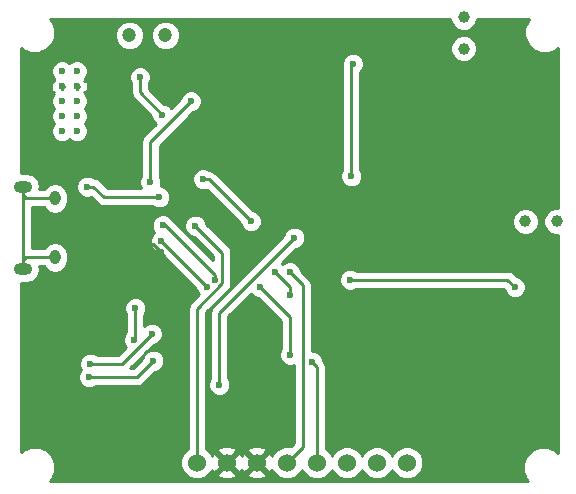
<source format=gbr>
G04 #@! TF.FileFunction,Copper,L2,Bot,Signal*
%FSLAX46Y46*%
G04 Gerber Fmt 4.6, Leading zero omitted, Abs format (unit mm)*
G04 Created by KiCad (PCBNEW 4.0.4-stable) date 10/24/16 21:05:07*
%MOMM*%
%LPD*%
G01*
G04 APERTURE LIST*
%ADD10C,0.100000*%
%ADD11C,1.524000*%
%ADD12O,0.950000X1.250000*%
%ADD13O,1.550000X1.000000*%
%ADD14C,1.200000*%
%ADD15C,1.000000*%
%ADD16C,0.600000*%
%ADD17C,0.250000*%
%ADD18C,0.280000*%
%ADD19C,0.254000*%
G04 APERTURE END LIST*
D10*
D11*
X100076000Y-117729000D03*
X102616000Y-117729000D03*
X105156000Y-117729000D03*
X107696000Y-117729000D03*
X110236000Y-117729000D03*
X112776000Y-117729000D03*
X115316000Y-117729000D03*
X117856000Y-117729000D03*
D12*
X88044000Y-95346000D03*
X88044000Y-100346000D03*
D13*
X85344000Y-94346000D03*
X85344000Y-101346000D03*
D14*
X97409000Y-81534000D03*
X94361000Y-81534000D03*
D15*
X130556000Y-97282000D03*
X127889000Y-97282000D03*
X122682000Y-80010000D03*
X122682000Y-82677000D03*
D16*
X88646000Y-84582000D03*
X89916000Y-84582000D03*
X88646000Y-85852000D03*
X89916000Y-85852000D03*
X88646000Y-87122000D03*
X89916000Y-87122000D03*
X88646000Y-88392000D03*
X89916000Y-88392000D03*
X88646000Y-89662000D03*
X89916000Y-89662000D03*
X127000000Y-102870000D03*
X113030000Y-102235000D03*
X97536000Y-104648000D03*
X123952000Y-111252000D03*
X97028000Y-83312000D03*
X92964000Y-86868000D03*
X111252000Y-114808000D03*
X113792000Y-114300000D03*
X114808000Y-109728000D03*
X122428000Y-89916000D03*
X121920000Y-104140000D03*
X90805000Y-112395000D03*
X103505000Y-87945000D03*
X120015000Y-88265000D03*
X97042972Y-99883171D03*
X118618000Y-80518000D03*
X116459000Y-83312000D03*
X90043000Y-99187000D03*
X113284000Y-83947000D03*
X113157000Y-93472000D03*
X99568000Y-87122000D03*
X96139000Y-93980000D03*
X99949000Y-97663000D03*
X90805000Y-94361000D03*
X96901000Y-95250000D03*
X91059000Y-109347000D03*
X96266000Y-106807000D03*
X96393000Y-109093000D03*
X90932000Y-110490000D03*
X94742000Y-107315000D03*
X94869000Y-104648000D03*
X95250000Y-85090000D03*
X97155000Y-88265000D03*
X107950000Y-108585000D03*
X105410000Y-102870000D03*
X101981000Y-111125000D03*
X108331000Y-98679000D03*
X100584000Y-93726000D03*
X104648000Y-97282000D03*
X97190220Y-97625763D03*
X101600000Y-102235000D03*
X97025607Y-98981920D03*
X100965000Y-102870000D03*
X107950000Y-101600000D03*
X107950000Y-103505000D03*
X109855000Y-109220000D03*
X106680000Y-101600000D03*
D17*
X113030000Y-102235000D02*
X126365000Y-102235000D01*
X126365000Y-102235000D02*
X127000000Y-102870000D01*
X90043000Y-99187000D02*
X92075000Y-99187000D01*
X92075000Y-99187000D02*
X97536000Y-104648000D01*
X121920000Y-104140000D02*
X121920000Y-109220000D01*
X121920000Y-109220000D02*
X123952000Y-111252000D01*
X92964000Y-86868000D02*
X92964000Y-86079988D01*
X92964000Y-86079988D02*
X95731988Y-83312000D01*
X95731988Y-83312000D02*
X97028000Y-83312000D01*
X113792000Y-114300000D02*
X111760000Y-114300000D01*
X111760000Y-114300000D02*
X111252000Y-114808000D01*
X114808000Y-109728000D02*
X114808000Y-113284000D01*
X114808000Y-113284000D02*
X113792000Y-114300000D01*
X121920000Y-104140000D02*
X120396000Y-104140000D01*
X120396000Y-104140000D02*
X114808000Y-109728000D01*
X122428000Y-89916000D02*
X120777000Y-88265000D01*
X120777000Y-88265000D02*
X120015000Y-88265000D01*
X90043000Y-99187000D02*
X96346801Y-99187000D01*
X96346801Y-99187000D02*
X97042972Y-99883171D01*
X116459000Y-83312000D02*
X118618000Y-81153000D01*
X118618000Y-81153000D02*
X118618000Y-80518000D01*
X113157000Y-93472000D02*
X113157000Y-84074000D01*
X113157000Y-84074000D02*
X113284000Y-83947000D01*
D18*
X96139000Y-93980000D02*
X96139000Y-90551000D01*
X96139000Y-90551000D02*
X99568000Y-87122000D01*
D17*
X100076000Y-116651370D02*
X100076000Y-117729000D01*
X100076000Y-104684004D02*
X100076000Y-116651370D01*
X102225002Y-102535002D02*
X100076000Y-104684004D01*
X102225002Y-99939002D02*
X102225002Y-102535002D01*
X99949000Y-97663000D02*
X102225002Y-99939002D01*
X96901000Y-95250000D02*
X92202000Y-95250000D01*
X92202000Y-95250000D02*
X91313000Y-94361000D01*
X91313000Y-94361000D02*
X90805000Y-94361000D01*
X96266000Y-106807000D02*
X93726000Y-109347000D01*
X93726000Y-109347000D02*
X91059000Y-109347000D01*
X90932000Y-110490000D02*
X94996000Y-110490000D01*
X94996000Y-110490000D02*
X96393000Y-109093000D01*
X85344000Y-94346000D02*
X85344000Y-95096000D01*
X85344000Y-95096000D02*
X85594000Y-95346000D01*
X85594000Y-95346000D02*
X87319000Y-95346000D01*
X87319000Y-95346000D02*
X88044000Y-95346000D01*
X85344000Y-101346000D02*
X85344000Y-94346000D01*
X88044000Y-100346000D02*
X85594000Y-100346000D01*
X85594000Y-100346000D02*
X85344000Y-100596000D01*
X85344000Y-100596000D02*
X85344000Y-101346000D01*
X94869000Y-104648000D02*
X94869000Y-107188000D01*
X94869000Y-107188000D02*
X94742000Y-107315000D01*
X97155000Y-88265000D02*
X95250000Y-86360000D01*
X95250000Y-86360000D02*
X95250000Y-85090000D01*
X107950000Y-105410000D02*
X107950000Y-108585000D01*
X105410000Y-102870000D02*
X107950000Y-105410000D01*
X108331000Y-98679000D02*
X101981000Y-105029000D01*
X101981000Y-105029000D02*
X101981000Y-111125000D01*
X104648000Y-97282000D02*
X101092000Y-93726000D01*
X101092000Y-93726000D02*
X100584000Y-93726000D01*
X97280767Y-97625763D02*
X97190220Y-97625763D01*
X97415027Y-97625763D02*
X97280767Y-97625763D01*
X101600000Y-101810736D02*
X97415027Y-97625763D01*
X101600000Y-102235000D02*
X101600000Y-101810736D01*
X97076920Y-98981920D02*
X97025607Y-98981920D01*
X100965000Y-102870000D02*
X97076920Y-98981920D01*
X109025013Y-116399987D02*
X108457999Y-116967001D01*
X108457999Y-116967001D02*
X107696000Y-117729000D01*
X109025013Y-102675013D02*
X109025013Y-116399987D01*
X107950000Y-101600000D02*
X109025013Y-102675013D01*
X107950000Y-103505000D02*
X107950000Y-102870000D01*
X107950000Y-102870000D02*
X106680000Y-101600000D01*
X110236000Y-117729000D02*
X110236000Y-109601000D01*
X110236000Y-109601000D02*
X109855000Y-109220000D01*
D19*
G36*
X121546803Y-80234775D02*
X121719233Y-80652086D01*
X122038235Y-80971645D01*
X122455244Y-81144803D01*
X122906775Y-81145197D01*
X123324086Y-80972767D01*
X123643645Y-80653765D01*
X123816803Y-80236756D01*
X123816890Y-80137000D01*
X128229192Y-80137000D01*
X128069996Y-80295918D01*
X127805301Y-80933373D01*
X127804699Y-81623599D01*
X128068281Y-82261515D01*
X128555918Y-82750004D01*
X129193373Y-83014699D01*
X129883599Y-83015301D01*
X130521515Y-82751719D01*
X130670267Y-82603226D01*
X130670267Y-96147099D01*
X130331225Y-96146803D01*
X129913914Y-96319233D01*
X129594355Y-96638235D01*
X129421197Y-97055244D01*
X129420803Y-97506775D01*
X129593233Y-97924086D01*
X129912235Y-98243645D01*
X130329244Y-98416803D01*
X130670267Y-98417101D01*
X130670267Y-116913658D01*
X130397082Y-116639996D01*
X129759627Y-116375301D01*
X129069401Y-116374699D01*
X128431485Y-116638281D01*
X127942996Y-117125918D01*
X127678301Y-117763373D01*
X127677699Y-118453599D01*
X127941281Y-119091515D01*
X128102484Y-119253000D01*
X87670808Y-119253000D01*
X87830004Y-119094082D01*
X88094699Y-118456627D01*
X88095301Y-117766401D01*
X87831719Y-117128485D01*
X87344082Y-116639996D01*
X86706627Y-116375301D01*
X86016401Y-116374699D01*
X85378485Y-116638281D01*
X85204267Y-116812195D01*
X85204267Y-110675167D01*
X89996838Y-110675167D01*
X90138883Y-111018943D01*
X90401673Y-111282192D01*
X90745201Y-111424838D01*
X91117167Y-111425162D01*
X91460943Y-111283117D01*
X91494118Y-111250000D01*
X94996000Y-111250000D01*
X95286839Y-111192148D01*
X95533401Y-111027401D01*
X96532680Y-110028122D01*
X96578167Y-110028162D01*
X96921943Y-109886117D01*
X97185192Y-109623327D01*
X97327838Y-109279799D01*
X97328162Y-108907833D01*
X97186117Y-108564057D01*
X96923327Y-108300808D01*
X96579799Y-108158162D01*
X96207833Y-108157838D01*
X95864057Y-108299883D01*
X95600808Y-108562673D01*
X95458162Y-108906201D01*
X95458121Y-108953077D01*
X94681198Y-109730000D01*
X94417802Y-109730000D01*
X96405680Y-107742122D01*
X96451167Y-107742162D01*
X96794943Y-107600117D01*
X97058192Y-107337327D01*
X97200838Y-106993799D01*
X97201162Y-106621833D01*
X97059117Y-106278057D01*
X96796327Y-106014808D01*
X96452799Y-105872162D01*
X96080833Y-105871838D01*
X95737057Y-106013883D01*
X95629000Y-106121752D01*
X95629000Y-105210463D01*
X95661192Y-105178327D01*
X95803838Y-104834799D01*
X95804162Y-104462833D01*
X95662117Y-104119057D01*
X95399327Y-103855808D01*
X95055799Y-103713162D01*
X94683833Y-103712838D01*
X94340057Y-103854883D01*
X94076808Y-104117673D01*
X93934162Y-104461201D01*
X93933838Y-104833167D01*
X94075883Y-105176943D01*
X94109000Y-105210118D01*
X94109000Y-106625759D01*
X93949808Y-106784673D01*
X93807162Y-107128201D01*
X93806838Y-107500167D01*
X93948883Y-107843943D01*
X94051479Y-107946719D01*
X93411198Y-108587000D01*
X91621463Y-108587000D01*
X91589327Y-108554808D01*
X91245799Y-108412162D01*
X90873833Y-108411838D01*
X90530057Y-108553883D01*
X90266808Y-108816673D01*
X90124162Y-109160201D01*
X90123838Y-109532167D01*
X90253560Y-109846119D01*
X90139808Y-109959673D01*
X89997162Y-110303201D01*
X89996838Y-110675167D01*
X85204267Y-110675167D01*
X85204267Y-102481000D01*
X85646624Y-102481000D01*
X86080970Y-102394603D01*
X86449190Y-102148566D01*
X86695227Y-101780346D01*
X86781624Y-101346000D01*
X86733885Y-101106000D01*
X87125760Y-101106000D01*
X87259111Y-101305574D01*
X87619221Y-101546191D01*
X88044000Y-101630685D01*
X88468779Y-101546191D01*
X88828889Y-101305574D01*
X89069506Y-100945464D01*
X89154000Y-100520685D01*
X89154000Y-100171315D01*
X89069506Y-99746536D01*
X88828889Y-99386426D01*
X88500624Y-99167087D01*
X96090445Y-99167087D01*
X96232490Y-99510863D01*
X96495280Y-99774112D01*
X96838808Y-99916758D01*
X96937042Y-99916844D01*
X100029878Y-103009680D01*
X100029838Y-103055167D01*
X100171883Y-103398943D01*
X100229021Y-103456181D01*
X99538599Y-104146603D01*
X99373852Y-104393165D01*
X99316000Y-104684004D01*
X99316000Y-116531469D01*
X99285697Y-116543990D01*
X98892371Y-116936630D01*
X98679243Y-117449900D01*
X98678758Y-118005661D01*
X98890990Y-118519303D01*
X99283630Y-118912629D01*
X99796900Y-119125757D01*
X100352661Y-119126242D01*
X100866303Y-118914010D01*
X101071457Y-118709213D01*
X101815392Y-118709213D01*
X101884857Y-118951397D01*
X102408302Y-119138144D01*
X102963368Y-119110362D01*
X103347143Y-118951397D01*
X103416608Y-118709213D01*
X104355392Y-118709213D01*
X104424857Y-118951397D01*
X104948302Y-119138144D01*
X105503368Y-119110362D01*
X105887143Y-118951397D01*
X105956608Y-118709213D01*
X105156000Y-117908605D01*
X104355392Y-118709213D01*
X103416608Y-118709213D01*
X102616000Y-117908605D01*
X101815392Y-118709213D01*
X101071457Y-118709213D01*
X101259629Y-118521370D01*
X101339395Y-118329273D01*
X101393603Y-118460143D01*
X101635787Y-118529608D01*
X102436395Y-117729000D01*
X102795605Y-117729000D01*
X103596213Y-118529608D01*
X103838397Y-118460143D01*
X103882453Y-118336656D01*
X103933603Y-118460143D01*
X104175787Y-118529608D01*
X104976395Y-117729000D01*
X104175787Y-116928392D01*
X103933603Y-116997857D01*
X103889547Y-117121344D01*
X103838397Y-116997857D01*
X103596213Y-116928392D01*
X102795605Y-117729000D01*
X102436395Y-117729000D01*
X101635787Y-116928392D01*
X101393603Y-116997857D01*
X101343491Y-117138318D01*
X101261010Y-116938697D01*
X101071432Y-116748787D01*
X101815392Y-116748787D01*
X102616000Y-117549395D01*
X103416608Y-116748787D01*
X104355392Y-116748787D01*
X105156000Y-117549395D01*
X105956608Y-116748787D01*
X105887143Y-116506603D01*
X105363698Y-116319856D01*
X104808632Y-116347638D01*
X104424857Y-116506603D01*
X104355392Y-116748787D01*
X103416608Y-116748787D01*
X103347143Y-116506603D01*
X102823698Y-116319856D01*
X102268632Y-116347638D01*
X101884857Y-116506603D01*
X101815392Y-116748787D01*
X101071432Y-116748787D01*
X100868370Y-116545371D01*
X100836000Y-116531930D01*
X100836000Y-111310167D01*
X101045838Y-111310167D01*
X101187883Y-111653943D01*
X101450673Y-111917192D01*
X101794201Y-112059838D01*
X102166167Y-112060162D01*
X102509943Y-111918117D01*
X102773192Y-111655327D01*
X102915838Y-111311799D01*
X102916162Y-110939833D01*
X102774117Y-110596057D01*
X102741000Y-110562882D01*
X102741000Y-105343802D01*
X104651341Y-103433461D01*
X104879673Y-103662192D01*
X105223201Y-103804838D01*
X105270077Y-103804879D01*
X107190000Y-105724802D01*
X107190000Y-108022537D01*
X107157808Y-108054673D01*
X107015162Y-108398201D01*
X107014838Y-108770167D01*
X107156883Y-109113943D01*
X107419673Y-109377192D01*
X107763201Y-109519838D01*
X108135167Y-109520162D01*
X108265013Y-109466511D01*
X108265013Y-116085185D01*
X108005381Y-116344817D01*
X107975100Y-116332243D01*
X107419339Y-116331758D01*
X106905697Y-116543990D01*
X106512371Y-116936630D01*
X106432605Y-117128727D01*
X106378397Y-116997857D01*
X106136213Y-116928392D01*
X105335605Y-117729000D01*
X106136213Y-118529608D01*
X106378397Y-118460143D01*
X106428509Y-118319682D01*
X106510990Y-118519303D01*
X106903630Y-118912629D01*
X107416900Y-119125757D01*
X107972661Y-119126242D01*
X108486303Y-118914010D01*
X108879629Y-118521370D01*
X108965949Y-118313488D01*
X109050990Y-118519303D01*
X109443630Y-118912629D01*
X109956900Y-119125757D01*
X110512661Y-119126242D01*
X111026303Y-118914010D01*
X111419629Y-118521370D01*
X111505949Y-118313488D01*
X111590990Y-118519303D01*
X111983630Y-118912629D01*
X112496900Y-119125757D01*
X113052661Y-119126242D01*
X113566303Y-118914010D01*
X113959629Y-118521370D01*
X114045949Y-118313488D01*
X114130990Y-118519303D01*
X114523630Y-118912629D01*
X115036900Y-119125757D01*
X115592661Y-119126242D01*
X116106303Y-118914010D01*
X116499629Y-118521370D01*
X116585949Y-118313488D01*
X116670990Y-118519303D01*
X117063630Y-118912629D01*
X117576900Y-119125757D01*
X118132661Y-119126242D01*
X118646303Y-118914010D01*
X119039629Y-118521370D01*
X119252757Y-118008100D01*
X119253242Y-117452339D01*
X119041010Y-116938697D01*
X118648370Y-116545371D01*
X118135100Y-116332243D01*
X117579339Y-116331758D01*
X117065697Y-116543990D01*
X116672371Y-116936630D01*
X116586051Y-117144512D01*
X116501010Y-116938697D01*
X116108370Y-116545371D01*
X115595100Y-116332243D01*
X115039339Y-116331758D01*
X114525697Y-116543990D01*
X114132371Y-116936630D01*
X114046051Y-117144512D01*
X113961010Y-116938697D01*
X113568370Y-116545371D01*
X113055100Y-116332243D01*
X112499339Y-116331758D01*
X111985697Y-116543990D01*
X111592371Y-116936630D01*
X111506051Y-117144512D01*
X111421010Y-116938697D01*
X111028370Y-116545371D01*
X110996000Y-116531930D01*
X110996000Y-109601000D01*
X110952804Y-109383840D01*
X110938148Y-109310160D01*
X110790115Y-109088613D01*
X110790162Y-109034833D01*
X110648117Y-108691057D01*
X110385327Y-108427808D01*
X110041799Y-108285162D01*
X109785013Y-108284938D01*
X109785013Y-102675013D01*
X109734321Y-102420167D01*
X112094838Y-102420167D01*
X112236883Y-102763943D01*
X112499673Y-103027192D01*
X112843201Y-103169838D01*
X113215167Y-103170162D01*
X113558943Y-103028117D01*
X113592118Y-102995000D01*
X126050198Y-102995000D01*
X126064878Y-103009680D01*
X126064838Y-103055167D01*
X126206883Y-103398943D01*
X126469673Y-103662192D01*
X126813201Y-103804838D01*
X127185167Y-103805162D01*
X127528943Y-103663117D01*
X127792192Y-103400327D01*
X127934838Y-103056799D01*
X127935162Y-102684833D01*
X127793117Y-102341057D01*
X127530327Y-102077808D01*
X127186799Y-101935162D01*
X127139923Y-101935121D01*
X126902401Y-101697599D01*
X126655839Y-101532852D01*
X126365000Y-101475000D01*
X113592463Y-101475000D01*
X113560327Y-101442808D01*
X113216799Y-101300162D01*
X112844833Y-101299838D01*
X112501057Y-101441883D01*
X112237808Y-101704673D01*
X112095162Y-102048201D01*
X112094838Y-102420167D01*
X109734321Y-102420167D01*
X109727161Y-102384174D01*
X109562414Y-102137612D01*
X108885122Y-101460320D01*
X108885162Y-101414833D01*
X108743117Y-101071057D01*
X108480327Y-100807808D01*
X108136799Y-100665162D01*
X107764833Y-100664838D01*
X107421057Y-100806883D01*
X107315046Y-100912710D01*
X107243631Y-100841171D01*
X108470680Y-99614122D01*
X108516167Y-99614162D01*
X108859943Y-99472117D01*
X109123192Y-99209327D01*
X109265838Y-98865799D01*
X109266162Y-98493833D01*
X109124117Y-98150057D01*
X108861327Y-97886808D01*
X108517799Y-97744162D01*
X108145833Y-97743838D01*
X107802057Y-97885883D01*
X107538808Y-98148673D01*
X107396162Y-98492201D01*
X107396121Y-98539077D01*
X101443599Y-104491599D01*
X101278852Y-104738161D01*
X101221000Y-105029000D01*
X101221000Y-110562537D01*
X101188808Y-110594673D01*
X101046162Y-110938201D01*
X101045838Y-111310167D01*
X100836000Y-111310167D01*
X100836000Y-104998806D01*
X102762403Y-103072403D01*
X102927150Y-102825841D01*
X102985002Y-102535002D01*
X102985002Y-99939002D01*
X102927150Y-99648163D01*
X102762403Y-99401601D01*
X100884122Y-97523320D01*
X100884162Y-97477833D01*
X100742117Y-97134057D01*
X100479327Y-96870808D01*
X100135799Y-96728162D01*
X99763833Y-96727838D01*
X99420057Y-96869883D01*
X99156808Y-97132673D01*
X99014162Y-97476201D01*
X99013838Y-97848167D01*
X99155883Y-98191943D01*
X99418673Y-98455192D01*
X99762201Y-98597838D01*
X99809077Y-98597879D01*
X101465002Y-100253804D01*
X101465002Y-100600936D01*
X97999145Y-97135079D01*
X97983337Y-97096820D01*
X97720547Y-96833571D01*
X97377019Y-96690925D01*
X97005053Y-96690601D01*
X96661277Y-96832646D01*
X96398028Y-97095436D01*
X96255382Y-97438964D01*
X96255058Y-97810930D01*
X96397103Y-98154706D01*
X96463845Y-98221565D01*
X96233415Y-98451593D01*
X96090769Y-98795121D01*
X96090445Y-99167087D01*
X88500624Y-99167087D01*
X88468779Y-99145809D01*
X88044000Y-99061315D01*
X87619221Y-99145809D01*
X87259111Y-99386426D01*
X87125760Y-99586000D01*
X86104000Y-99586000D01*
X86104000Y-96106000D01*
X87125760Y-96106000D01*
X87259111Y-96305574D01*
X87619221Y-96546191D01*
X88044000Y-96630685D01*
X88468779Y-96546191D01*
X88828889Y-96305574D01*
X89069506Y-95945464D01*
X89154000Y-95520685D01*
X89154000Y-95171315D01*
X89069506Y-94746536D01*
X88935625Y-94546167D01*
X89869838Y-94546167D01*
X90011883Y-94889943D01*
X90274673Y-95153192D01*
X90618201Y-95295838D01*
X90990167Y-95296162D01*
X91119798Y-95242600D01*
X91664599Y-95787401D01*
X91911161Y-95952148D01*
X92202000Y-96010000D01*
X96338537Y-96010000D01*
X96370673Y-96042192D01*
X96714201Y-96184838D01*
X97086167Y-96185162D01*
X97429943Y-96043117D01*
X97693192Y-95780327D01*
X97835838Y-95436799D01*
X97836162Y-95064833D01*
X97694117Y-94721057D01*
X97431327Y-94457808D01*
X97087799Y-94315162D01*
X97012259Y-94315096D01*
X97073838Y-94166799D01*
X97074060Y-93911167D01*
X99648838Y-93911167D01*
X99790883Y-94254943D01*
X100053673Y-94518192D01*
X100397201Y-94660838D01*
X100769167Y-94661162D01*
X100898798Y-94607600D01*
X103712878Y-97421680D01*
X103712838Y-97467167D01*
X103854883Y-97810943D01*
X104117673Y-98074192D01*
X104461201Y-98216838D01*
X104833167Y-98217162D01*
X105176943Y-98075117D01*
X105440192Y-97812327D01*
X105567068Y-97506775D01*
X126753803Y-97506775D01*
X126926233Y-97924086D01*
X127245235Y-98243645D01*
X127662244Y-98416803D01*
X128113775Y-98417197D01*
X128531086Y-98244767D01*
X128850645Y-97925765D01*
X129023803Y-97508756D01*
X129024197Y-97057225D01*
X128851767Y-96639914D01*
X128532765Y-96320355D01*
X128115756Y-96147197D01*
X127664225Y-96146803D01*
X127246914Y-96319233D01*
X126927355Y-96638235D01*
X126754197Y-97055244D01*
X126753803Y-97506775D01*
X105567068Y-97506775D01*
X105582838Y-97468799D01*
X105583162Y-97096833D01*
X105441117Y-96753057D01*
X105178327Y-96489808D01*
X104834799Y-96347162D01*
X104787923Y-96347121D01*
X102097969Y-93657167D01*
X112221838Y-93657167D01*
X112363883Y-94000943D01*
X112626673Y-94264192D01*
X112970201Y-94406838D01*
X113342167Y-94407162D01*
X113685943Y-94265117D01*
X113949192Y-94002327D01*
X114091838Y-93658799D01*
X114092162Y-93286833D01*
X113950117Y-92943057D01*
X113917000Y-92909882D01*
X113917000Y-84636241D01*
X114076192Y-84477327D01*
X114218838Y-84133799D01*
X114219162Y-83761833D01*
X114077117Y-83418057D01*
X113814327Y-83154808D01*
X113470799Y-83012162D01*
X113098833Y-83011838D01*
X112755057Y-83153883D01*
X112491808Y-83416673D01*
X112349162Y-83760201D01*
X112348838Y-84132167D01*
X112397000Y-84248728D01*
X112397000Y-92909537D01*
X112364808Y-92941673D01*
X112222162Y-93285201D01*
X112221838Y-93657167D01*
X102097969Y-93657167D01*
X101629401Y-93188599D01*
X101382839Y-93023852D01*
X101159957Y-92979518D01*
X101114327Y-92933808D01*
X100770799Y-92791162D01*
X100398833Y-92790838D01*
X100055057Y-92932883D01*
X99791808Y-93195673D01*
X99649162Y-93539201D01*
X99648838Y-93911167D01*
X97074060Y-93911167D01*
X97074162Y-93794833D01*
X96932117Y-93451057D01*
X96914000Y-93432908D01*
X96914000Y-90872016D01*
X99728875Y-88057141D01*
X99753167Y-88057162D01*
X100096943Y-87915117D01*
X100360192Y-87652327D01*
X100502838Y-87308799D01*
X100503162Y-86936833D01*
X100361117Y-86593057D01*
X100098327Y-86329808D01*
X99754799Y-86187162D01*
X99382833Y-86186838D01*
X99039057Y-86328883D01*
X98775808Y-86591673D01*
X98633162Y-86935201D01*
X98633140Y-86960844D01*
X97903061Y-87690923D01*
X97685327Y-87472808D01*
X97341799Y-87330162D01*
X97294923Y-87330121D01*
X96010000Y-86045198D01*
X96010000Y-85652463D01*
X96042192Y-85620327D01*
X96184838Y-85276799D01*
X96185162Y-84904833D01*
X96043117Y-84561057D01*
X95780327Y-84297808D01*
X95436799Y-84155162D01*
X95064833Y-84154838D01*
X94721057Y-84296883D01*
X94457808Y-84559673D01*
X94315162Y-84903201D01*
X94314838Y-85275167D01*
X94456883Y-85618943D01*
X94490000Y-85652118D01*
X94490000Y-86360000D01*
X94547852Y-86650839D01*
X94712599Y-86897401D01*
X96219878Y-88404680D01*
X96219838Y-88450167D01*
X96361883Y-88793943D01*
X96580771Y-89013213D01*
X95590992Y-90002992D01*
X95422993Y-90254420D01*
X95364000Y-90551000D01*
X95364000Y-93432511D01*
X95346808Y-93449673D01*
X95204162Y-93793201D01*
X95203838Y-94165167D01*
X95338056Y-94490000D01*
X92516802Y-94490000D01*
X91850401Y-93823599D01*
X91603839Y-93658852D01*
X91380957Y-93614518D01*
X91335327Y-93568808D01*
X90991799Y-93426162D01*
X90619833Y-93425838D01*
X90276057Y-93567883D01*
X90012808Y-93830673D01*
X89870162Y-94174201D01*
X89869838Y-94546167D01*
X88935625Y-94546167D01*
X88828889Y-94386426D01*
X88468779Y-94145809D01*
X88044000Y-94061315D01*
X87619221Y-94145809D01*
X87259111Y-94386426D01*
X87125760Y-94586000D01*
X86733885Y-94586000D01*
X86781624Y-94346000D01*
X86695227Y-93911654D01*
X86449190Y-93543434D01*
X86080970Y-93297397D01*
X85646624Y-93211000D01*
X85204267Y-93211000D01*
X85204267Y-85754927D01*
X87697637Y-85754927D01*
X87732678Y-86125239D01*
X87806975Y-86304607D01*
X88001573Y-86316819D01*
X87883858Y-86434534D01*
X87947484Y-86498160D01*
X87853808Y-86591673D01*
X87711162Y-86935201D01*
X87710838Y-87307167D01*
X87852883Y-87650943D01*
X87958710Y-87756954D01*
X87853808Y-87861673D01*
X87711162Y-88205201D01*
X87710838Y-88577167D01*
X87852883Y-88920943D01*
X87958710Y-89026954D01*
X87853808Y-89131673D01*
X87711162Y-89475201D01*
X87710838Y-89847167D01*
X87852883Y-90190943D01*
X88115673Y-90454192D01*
X88459201Y-90596838D01*
X88831167Y-90597162D01*
X89174943Y-90455117D01*
X89280954Y-90349290D01*
X89385673Y-90454192D01*
X89729201Y-90596838D01*
X90101167Y-90597162D01*
X90444943Y-90455117D01*
X90708192Y-90192327D01*
X90850838Y-89848799D01*
X90851162Y-89476833D01*
X90709117Y-89133057D01*
X90603290Y-89027046D01*
X90708192Y-88922327D01*
X90850838Y-88578799D01*
X90851162Y-88206833D01*
X90709117Y-87863057D01*
X90603290Y-87757046D01*
X90708192Y-87652327D01*
X90850838Y-87308799D01*
X90851162Y-86936833D01*
X90709117Y-86593057D01*
X90614451Y-86498225D01*
X90678142Y-86434534D01*
X90560427Y-86316819D01*
X90755025Y-86304607D01*
X90864363Y-85949073D01*
X90829322Y-85578761D01*
X90755025Y-85399393D01*
X90560427Y-85387181D01*
X90678142Y-85269466D01*
X90614516Y-85205840D01*
X90708192Y-85112327D01*
X90850838Y-84768799D01*
X90851162Y-84396833D01*
X90709117Y-84053057D01*
X90446327Y-83789808D01*
X90102799Y-83647162D01*
X89730833Y-83646838D01*
X89387057Y-83788883D01*
X89281046Y-83894710D01*
X89176327Y-83789808D01*
X88832799Y-83647162D01*
X88460833Y-83646838D01*
X88117057Y-83788883D01*
X87853808Y-84051673D01*
X87711162Y-84395201D01*
X87710838Y-84767167D01*
X87852883Y-85110943D01*
X87947549Y-85205775D01*
X87883858Y-85269466D01*
X88001573Y-85387181D01*
X87806975Y-85399393D01*
X87697637Y-85754927D01*
X85204267Y-85754927D01*
X85204267Y-82578053D01*
X85375918Y-82750004D01*
X86013373Y-83014699D01*
X86703599Y-83015301D01*
X86978352Y-82901775D01*
X121546803Y-82901775D01*
X121719233Y-83319086D01*
X122038235Y-83638645D01*
X122455244Y-83811803D01*
X122906775Y-83812197D01*
X123324086Y-83639767D01*
X123643645Y-83320765D01*
X123816803Y-82903756D01*
X123817197Y-82452225D01*
X123644767Y-82034914D01*
X123325765Y-81715355D01*
X122908756Y-81542197D01*
X122457225Y-81541803D01*
X122039914Y-81714233D01*
X121720355Y-82033235D01*
X121547197Y-82450244D01*
X121546803Y-82901775D01*
X86978352Y-82901775D01*
X87341515Y-82751719D01*
X87830004Y-82264082D01*
X88031602Y-81778579D01*
X93125786Y-81778579D01*
X93313408Y-82232657D01*
X93660515Y-82580371D01*
X94114266Y-82768785D01*
X94605579Y-82769214D01*
X95059657Y-82581592D01*
X95407371Y-82234485D01*
X95595785Y-81780734D01*
X95595786Y-81778579D01*
X96173786Y-81778579D01*
X96361408Y-82232657D01*
X96708515Y-82580371D01*
X97162266Y-82768785D01*
X97653579Y-82769214D01*
X98107657Y-82581592D01*
X98455371Y-82234485D01*
X98643785Y-81780734D01*
X98644214Y-81289421D01*
X98456592Y-80835343D01*
X98109485Y-80487629D01*
X97655734Y-80299215D01*
X97164421Y-80298786D01*
X96710343Y-80486408D01*
X96362629Y-80833515D01*
X96174215Y-81287266D01*
X96173786Y-81778579D01*
X95595786Y-81778579D01*
X95596214Y-81289421D01*
X95408592Y-80835343D01*
X95061485Y-80487629D01*
X94607734Y-80299215D01*
X94116421Y-80298786D01*
X93662343Y-80486408D01*
X93314629Y-80833515D01*
X93126215Y-81287266D01*
X93125786Y-81778579D01*
X88031602Y-81778579D01*
X88094699Y-81626627D01*
X88095301Y-80936401D01*
X87831719Y-80298485D01*
X87670516Y-80137000D01*
X121546888Y-80137000D01*
X121546803Y-80234775D01*
X121546803Y-80234775D01*
G37*
X121546803Y-80234775D02*
X121719233Y-80652086D01*
X122038235Y-80971645D01*
X122455244Y-81144803D01*
X122906775Y-81145197D01*
X123324086Y-80972767D01*
X123643645Y-80653765D01*
X123816803Y-80236756D01*
X123816890Y-80137000D01*
X128229192Y-80137000D01*
X128069996Y-80295918D01*
X127805301Y-80933373D01*
X127804699Y-81623599D01*
X128068281Y-82261515D01*
X128555918Y-82750004D01*
X129193373Y-83014699D01*
X129883599Y-83015301D01*
X130521515Y-82751719D01*
X130670267Y-82603226D01*
X130670267Y-96147099D01*
X130331225Y-96146803D01*
X129913914Y-96319233D01*
X129594355Y-96638235D01*
X129421197Y-97055244D01*
X129420803Y-97506775D01*
X129593233Y-97924086D01*
X129912235Y-98243645D01*
X130329244Y-98416803D01*
X130670267Y-98417101D01*
X130670267Y-116913658D01*
X130397082Y-116639996D01*
X129759627Y-116375301D01*
X129069401Y-116374699D01*
X128431485Y-116638281D01*
X127942996Y-117125918D01*
X127678301Y-117763373D01*
X127677699Y-118453599D01*
X127941281Y-119091515D01*
X128102484Y-119253000D01*
X87670808Y-119253000D01*
X87830004Y-119094082D01*
X88094699Y-118456627D01*
X88095301Y-117766401D01*
X87831719Y-117128485D01*
X87344082Y-116639996D01*
X86706627Y-116375301D01*
X86016401Y-116374699D01*
X85378485Y-116638281D01*
X85204267Y-116812195D01*
X85204267Y-110675167D01*
X89996838Y-110675167D01*
X90138883Y-111018943D01*
X90401673Y-111282192D01*
X90745201Y-111424838D01*
X91117167Y-111425162D01*
X91460943Y-111283117D01*
X91494118Y-111250000D01*
X94996000Y-111250000D01*
X95286839Y-111192148D01*
X95533401Y-111027401D01*
X96532680Y-110028122D01*
X96578167Y-110028162D01*
X96921943Y-109886117D01*
X97185192Y-109623327D01*
X97327838Y-109279799D01*
X97328162Y-108907833D01*
X97186117Y-108564057D01*
X96923327Y-108300808D01*
X96579799Y-108158162D01*
X96207833Y-108157838D01*
X95864057Y-108299883D01*
X95600808Y-108562673D01*
X95458162Y-108906201D01*
X95458121Y-108953077D01*
X94681198Y-109730000D01*
X94417802Y-109730000D01*
X96405680Y-107742122D01*
X96451167Y-107742162D01*
X96794943Y-107600117D01*
X97058192Y-107337327D01*
X97200838Y-106993799D01*
X97201162Y-106621833D01*
X97059117Y-106278057D01*
X96796327Y-106014808D01*
X96452799Y-105872162D01*
X96080833Y-105871838D01*
X95737057Y-106013883D01*
X95629000Y-106121752D01*
X95629000Y-105210463D01*
X95661192Y-105178327D01*
X95803838Y-104834799D01*
X95804162Y-104462833D01*
X95662117Y-104119057D01*
X95399327Y-103855808D01*
X95055799Y-103713162D01*
X94683833Y-103712838D01*
X94340057Y-103854883D01*
X94076808Y-104117673D01*
X93934162Y-104461201D01*
X93933838Y-104833167D01*
X94075883Y-105176943D01*
X94109000Y-105210118D01*
X94109000Y-106625759D01*
X93949808Y-106784673D01*
X93807162Y-107128201D01*
X93806838Y-107500167D01*
X93948883Y-107843943D01*
X94051479Y-107946719D01*
X93411198Y-108587000D01*
X91621463Y-108587000D01*
X91589327Y-108554808D01*
X91245799Y-108412162D01*
X90873833Y-108411838D01*
X90530057Y-108553883D01*
X90266808Y-108816673D01*
X90124162Y-109160201D01*
X90123838Y-109532167D01*
X90253560Y-109846119D01*
X90139808Y-109959673D01*
X89997162Y-110303201D01*
X89996838Y-110675167D01*
X85204267Y-110675167D01*
X85204267Y-102481000D01*
X85646624Y-102481000D01*
X86080970Y-102394603D01*
X86449190Y-102148566D01*
X86695227Y-101780346D01*
X86781624Y-101346000D01*
X86733885Y-101106000D01*
X87125760Y-101106000D01*
X87259111Y-101305574D01*
X87619221Y-101546191D01*
X88044000Y-101630685D01*
X88468779Y-101546191D01*
X88828889Y-101305574D01*
X89069506Y-100945464D01*
X89154000Y-100520685D01*
X89154000Y-100171315D01*
X89069506Y-99746536D01*
X88828889Y-99386426D01*
X88500624Y-99167087D01*
X96090445Y-99167087D01*
X96232490Y-99510863D01*
X96495280Y-99774112D01*
X96838808Y-99916758D01*
X96937042Y-99916844D01*
X100029878Y-103009680D01*
X100029838Y-103055167D01*
X100171883Y-103398943D01*
X100229021Y-103456181D01*
X99538599Y-104146603D01*
X99373852Y-104393165D01*
X99316000Y-104684004D01*
X99316000Y-116531469D01*
X99285697Y-116543990D01*
X98892371Y-116936630D01*
X98679243Y-117449900D01*
X98678758Y-118005661D01*
X98890990Y-118519303D01*
X99283630Y-118912629D01*
X99796900Y-119125757D01*
X100352661Y-119126242D01*
X100866303Y-118914010D01*
X101071457Y-118709213D01*
X101815392Y-118709213D01*
X101884857Y-118951397D01*
X102408302Y-119138144D01*
X102963368Y-119110362D01*
X103347143Y-118951397D01*
X103416608Y-118709213D01*
X104355392Y-118709213D01*
X104424857Y-118951397D01*
X104948302Y-119138144D01*
X105503368Y-119110362D01*
X105887143Y-118951397D01*
X105956608Y-118709213D01*
X105156000Y-117908605D01*
X104355392Y-118709213D01*
X103416608Y-118709213D01*
X102616000Y-117908605D01*
X101815392Y-118709213D01*
X101071457Y-118709213D01*
X101259629Y-118521370D01*
X101339395Y-118329273D01*
X101393603Y-118460143D01*
X101635787Y-118529608D01*
X102436395Y-117729000D01*
X102795605Y-117729000D01*
X103596213Y-118529608D01*
X103838397Y-118460143D01*
X103882453Y-118336656D01*
X103933603Y-118460143D01*
X104175787Y-118529608D01*
X104976395Y-117729000D01*
X104175787Y-116928392D01*
X103933603Y-116997857D01*
X103889547Y-117121344D01*
X103838397Y-116997857D01*
X103596213Y-116928392D01*
X102795605Y-117729000D01*
X102436395Y-117729000D01*
X101635787Y-116928392D01*
X101393603Y-116997857D01*
X101343491Y-117138318D01*
X101261010Y-116938697D01*
X101071432Y-116748787D01*
X101815392Y-116748787D01*
X102616000Y-117549395D01*
X103416608Y-116748787D01*
X104355392Y-116748787D01*
X105156000Y-117549395D01*
X105956608Y-116748787D01*
X105887143Y-116506603D01*
X105363698Y-116319856D01*
X104808632Y-116347638D01*
X104424857Y-116506603D01*
X104355392Y-116748787D01*
X103416608Y-116748787D01*
X103347143Y-116506603D01*
X102823698Y-116319856D01*
X102268632Y-116347638D01*
X101884857Y-116506603D01*
X101815392Y-116748787D01*
X101071432Y-116748787D01*
X100868370Y-116545371D01*
X100836000Y-116531930D01*
X100836000Y-111310167D01*
X101045838Y-111310167D01*
X101187883Y-111653943D01*
X101450673Y-111917192D01*
X101794201Y-112059838D01*
X102166167Y-112060162D01*
X102509943Y-111918117D01*
X102773192Y-111655327D01*
X102915838Y-111311799D01*
X102916162Y-110939833D01*
X102774117Y-110596057D01*
X102741000Y-110562882D01*
X102741000Y-105343802D01*
X104651341Y-103433461D01*
X104879673Y-103662192D01*
X105223201Y-103804838D01*
X105270077Y-103804879D01*
X107190000Y-105724802D01*
X107190000Y-108022537D01*
X107157808Y-108054673D01*
X107015162Y-108398201D01*
X107014838Y-108770167D01*
X107156883Y-109113943D01*
X107419673Y-109377192D01*
X107763201Y-109519838D01*
X108135167Y-109520162D01*
X108265013Y-109466511D01*
X108265013Y-116085185D01*
X108005381Y-116344817D01*
X107975100Y-116332243D01*
X107419339Y-116331758D01*
X106905697Y-116543990D01*
X106512371Y-116936630D01*
X106432605Y-117128727D01*
X106378397Y-116997857D01*
X106136213Y-116928392D01*
X105335605Y-117729000D01*
X106136213Y-118529608D01*
X106378397Y-118460143D01*
X106428509Y-118319682D01*
X106510990Y-118519303D01*
X106903630Y-118912629D01*
X107416900Y-119125757D01*
X107972661Y-119126242D01*
X108486303Y-118914010D01*
X108879629Y-118521370D01*
X108965949Y-118313488D01*
X109050990Y-118519303D01*
X109443630Y-118912629D01*
X109956900Y-119125757D01*
X110512661Y-119126242D01*
X111026303Y-118914010D01*
X111419629Y-118521370D01*
X111505949Y-118313488D01*
X111590990Y-118519303D01*
X111983630Y-118912629D01*
X112496900Y-119125757D01*
X113052661Y-119126242D01*
X113566303Y-118914010D01*
X113959629Y-118521370D01*
X114045949Y-118313488D01*
X114130990Y-118519303D01*
X114523630Y-118912629D01*
X115036900Y-119125757D01*
X115592661Y-119126242D01*
X116106303Y-118914010D01*
X116499629Y-118521370D01*
X116585949Y-118313488D01*
X116670990Y-118519303D01*
X117063630Y-118912629D01*
X117576900Y-119125757D01*
X118132661Y-119126242D01*
X118646303Y-118914010D01*
X119039629Y-118521370D01*
X119252757Y-118008100D01*
X119253242Y-117452339D01*
X119041010Y-116938697D01*
X118648370Y-116545371D01*
X118135100Y-116332243D01*
X117579339Y-116331758D01*
X117065697Y-116543990D01*
X116672371Y-116936630D01*
X116586051Y-117144512D01*
X116501010Y-116938697D01*
X116108370Y-116545371D01*
X115595100Y-116332243D01*
X115039339Y-116331758D01*
X114525697Y-116543990D01*
X114132371Y-116936630D01*
X114046051Y-117144512D01*
X113961010Y-116938697D01*
X113568370Y-116545371D01*
X113055100Y-116332243D01*
X112499339Y-116331758D01*
X111985697Y-116543990D01*
X111592371Y-116936630D01*
X111506051Y-117144512D01*
X111421010Y-116938697D01*
X111028370Y-116545371D01*
X110996000Y-116531930D01*
X110996000Y-109601000D01*
X110952804Y-109383840D01*
X110938148Y-109310160D01*
X110790115Y-109088613D01*
X110790162Y-109034833D01*
X110648117Y-108691057D01*
X110385327Y-108427808D01*
X110041799Y-108285162D01*
X109785013Y-108284938D01*
X109785013Y-102675013D01*
X109734321Y-102420167D01*
X112094838Y-102420167D01*
X112236883Y-102763943D01*
X112499673Y-103027192D01*
X112843201Y-103169838D01*
X113215167Y-103170162D01*
X113558943Y-103028117D01*
X113592118Y-102995000D01*
X126050198Y-102995000D01*
X126064878Y-103009680D01*
X126064838Y-103055167D01*
X126206883Y-103398943D01*
X126469673Y-103662192D01*
X126813201Y-103804838D01*
X127185167Y-103805162D01*
X127528943Y-103663117D01*
X127792192Y-103400327D01*
X127934838Y-103056799D01*
X127935162Y-102684833D01*
X127793117Y-102341057D01*
X127530327Y-102077808D01*
X127186799Y-101935162D01*
X127139923Y-101935121D01*
X126902401Y-101697599D01*
X126655839Y-101532852D01*
X126365000Y-101475000D01*
X113592463Y-101475000D01*
X113560327Y-101442808D01*
X113216799Y-101300162D01*
X112844833Y-101299838D01*
X112501057Y-101441883D01*
X112237808Y-101704673D01*
X112095162Y-102048201D01*
X112094838Y-102420167D01*
X109734321Y-102420167D01*
X109727161Y-102384174D01*
X109562414Y-102137612D01*
X108885122Y-101460320D01*
X108885162Y-101414833D01*
X108743117Y-101071057D01*
X108480327Y-100807808D01*
X108136799Y-100665162D01*
X107764833Y-100664838D01*
X107421057Y-100806883D01*
X107315046Y-100912710D01*
X107243631Y-100841171D01*
X108470680Y-99614122D01*
X108516167Y-99614162D01*
X108859943Y-99472117D01*
X109123192Y-99209327D01*
X109265838Y-98865799D01*
X109266162Y-98493833D01*
X109124117Y-98150057D01*
X108861327Y-97886808D01*
X108517799Y-97744162D01*
X108145833Y-97743838D01*
X107802057Y-97885883D01*
X107538808Y-98148673D01*
X107396162Y-98492201D01*
X107396121Y-98539077D01*
X101443599Y-104491599D01*
X101278852Y-104738161D01*
X101221000Y-105029000D01*
X101221000Y-110562537D01*
X101188808Y-110594673D01*
X101046162Y-110938201D01*
X101045838Y-111310167D01*
X100836000Y-111310167D01*
X100836000Y-104998806D01*
X102762403Y-103072403D01*
X102927150Y-102825841D01*
X102985002Y-102535002D01*
X102985002Y-99939002D01*
X102927150Y-99648163D01*
X102762403Y-99401601D01*
X100884122Y-97523320D01*
X100884162Y-97477833D01*
X100742117Y-97134057D01*
X100479327Y-96870808D01*
X100135799Y-96728162D01*
X99763833Y-96727838D01*
X99420057Y-96869883D01*
X99156808Y-97132673D01*
X99014162Y-97476201D01*
X99013838Y-97848167D01*
X99155883Y-98191943D01*
X99418673Y-98455192D01*
X99762201Y-98597838D01*
X99809077Y-98597879D01*
X101465002Y-100253804D01*
X101465002Y-100600936D01*
X97999145Y-97135079D01*
X97983337Y-97096820D01*
X97720547Y-96833571D01*
X97377019Y-96690925D01*
X97005053Y-96690601D01*
X96661277Y-96832646D01*
X96398028Y-97095436D01*
X96255382Y-97438964D01*
X96255058Y-97810930D01*
X96397103Y-98154706D01*
X96463845Y-98221565D01*
X96233415Y-98451593D01*
X96090769Y-98795121D01*
X96090445Y-99167087D01*
X88500624Y-99167087D01*
X88468779Y-99145809D01*
X88044000Y-99061315D01*
X87619221Y-99145809D01*
X87259111Y-99386426D01*
X87125760Y-99586000D01*
X86104000Y-99586000D01*
X86104000Y-96106000D01*
X87125760Y-96106000D01*
X87259111Y-96305574D01*
X87619221Y-96546191D01*
X88044000Y-96630685D01*
X88468779Y-96546191D01*
X88828889Y-96305574D01*
X89069506Y-95945464D01*
X89154000Y-95520685D01*
X89154000Y-95171315D01*
X89069506Y-94746536D01*
X88935625Y-94546167D01*
X89869838Y-94546167D01*
X90011883Y-94889943D01*
X90274673Y-95153192D01*
X90618201Y-95295838D01*
X90990167Y-95296162D01*
X91119798Y-95242600D01*
X91664599Y-95787401D01*
X91911161Y-95952148D01*
X92202000Y-96010000D01*
X96338537Y-96010000D01*
X96370673Y-96042192D01*
X96714201Y-96184838D01*
X97086167Y-96185162D01*
X97429943Y-96043117D01*
X97693192Y-95780327D01*
X97835838Y-95436799D01*
X97836162Y-95064833D01*
X97694117Y-94721057D01*
X97431327Y-94457808D01*
X97087799Y-94315162D01*
X97012259Y-94315096D01*
X97073838Y-94166799D01*
X97074060Y-93911167D01*
X99648838Y-93911167D01*
X99790883Y-94254943D01*
X100053673Y-94518192D01*
X100397201Y-94660838D01*
X100769167Y-94661162D01*
X100898798Y-94607600D01*
X103712878Y-97421680D01*
X103712838Y-97467167D01*
X103854883Y-97810943D01*
X104117673Y-98074192D01*
X104461201Y-98216838D01*
X104833167Y-98217162D01*
X105176943Y-98075117D01*
X105440192Y-97812327D01*
X105567068Y-97506775D01*
X126753803Y-97506775D01*
X126926233Y-97924086D01*
X127245235Y-98243645D01*
X127662244Y-98416803D01*
X128113775Y-98417197D01*
X128531086Y-98244767D01*
X128850645Y-97925765D01*
X129023803Y-97508756D01*
X129024197Y-97057225D01*
X128851767Y-96639914D01*
X128532765Y-96320355D01*
X128115756Y-96147197D01*
X127664225Y-96146803D01*
X127246914Y-96319233D01*
X126927355Y-96638235D01*
X126754197Y-97055244D01*
X126753803Y-97506775D01*
X105567068Y-97506775D01*
X105582838Y-97468799D01*
X105583162Y-97096833D01*
X105441117Y-96753057D01*
X105178327Y-96489808D01*
X104834799Y-96347162D01*
X104787923Y-96347121D01*
X102097969Y-93657167D01*
X112221838Y-93657167D01*
X112363883Y-94000943D01*
X112626673Y-94264192D01*
X112970201Y-94406838D01*
X113342167Y-94407162D01*
X113685943Y-94265117D01*
X113949192Y-94002327D01*
X114091838Y-93658799D01*
X114092162Y-93286833D01*
X113950117Y-92943057D01*
X113917000Y-92909882D01*
X113917000Y-84636241D01*
X114076192Y-84477327D01*
X114218838Y-84133799D01*
X114219162Y-83761833D01*
X114077117Y-83418057D01*
X113814327Y-83154808D01*
X113470799Y-83012162D01*
X113098833Y-83011838D01*
X112755057Y-83153883D01*
X112491808Y-83416673D01*
X112349162Y-83760201D01*
X112348838Y-84132167D01*
X112397000Y-84248728D01*
X112397000Y-92909537D01*
X112364808Y-92941673D01*
X112222162Y-93285201D01*
X112221838Y-93657167D01*
X102097969Y-93657167D01*
X101629401Y-93188599D01*
X101382839Y-93023852D01*
X101159957Y-92979518D01*
X101114327Y-92933808D01*
X100770799Y-92791162D01*
X100398833Y-92790838D01*
X100055057Y-92932883D01*
X99791808Y-93195673D01*
X99649162Y-93539201D01*
X99648838Y-93911167D01*
X97074060Y-93911167D01*
X97074162Y-93794833D01*
X96932117Y-93451057D01*
X96914000Y-93432908D01*
X96914000Y-90872016D01*
X99728875Y-88057141D01*
X99753167Y-88057162D01*
X100096943Y-87915117D01*
X100360192Y-87652327D01*
X100502838Y-87308799D01*
X100503162Y-86936833D01*
X100361117Y-86593057D01*
X100098327Y-86329808D01*
X99754799Y-86187162D01*
X99382833Y-86186838D01*
X99039057Y-86328883D01*
X98775808Y-86591673D01*
X98633162Y-86935201D01*
X98633140Y-86960844D01*
X97903061Y-87690923D01*
X97685327Y-87472808D01*
X97341799Y-87330162D01*
X97294923Y-87330121D01*
X96010000Y-86045198D01*
X96010000Y-85652463D01*
X96042192Y-85620327D01*
X96184838Y-85276799D01*
X96185162Y-84904833D01*
X96043117Y-84561057D01*
X95780327Y-84297808D01*
X95436799Y-84155162D01*
X95064833Y-84154838D01*
X94721057Y-84296883D01*
X94457808Y-84559673D01*
X94315162Y-84903201D01*
X94314838Y-85275167D01*
X94456883Y-85618943D01*
X94490000Y-85652118D01*
X94490000Y-86360000D01*
X94547852Y-86650839D01*
X94712599Y-86897401D01*
X96219878Y-88404680D01*
X96219838Y-88450167D01*
X96361883Y-88793943D01*
X96580771Y-89013213D01*
X95590992Y-90002992D01*
X95422993Y-90254420D01*
X95364000Y-90551000D01*
X95364000Y-93432511D01*
X95346808Y-93449673D01*
X95204162Y-93793201D01*
X95203838Y-94165167D01*
X95338056Y-94490000D01*
X92516802Y-94490000D01*
X91850401Y-93823599D01*
X91603839Y-93658852D01*
X91380957Y-93614518D01*
X91335327Y-93568808D01*
X90991799Y-93426162D01*
X90619833Y-93425838D01*
X90276057Y-93567883D01*
X90012808Y-93830673D01*
X89870162Y-94174201D01*
X89869838Y-94546167D01*
X88935625Y-94546167D01*
X88828889Y-94386426D01*
X88468779Y-94145809D01*
X88044000Y-94061315D01*
X87619221Y-94145809D01*
X87259111Y-94386426D01*
X87125760Y-94586000D01*
X86733885Y-94586000D01*
X86781624Y-94346000D01*
X86695227Y-93911654D01*
X86449190Y-93543434D01*
X86080970Y-93297397D01*
X85646624Y-93211000D01*
X85204267Y-93211000D01*
X85204267Y-85754927D01*
X87697637Y-85754927D01*
X87732678Y-86125239D01*
X87806975Y-86304607D01*
X88001573Y-86316819D01*
X87883858Y-86434534D01*
X87947484Y-86498160D01*
X87853808Y-86591673D01*
X87711162Y-86935201D01*
X87710838Y-87307167D01*
X87852883Y-87650943D01*
X87958710Y-87756954D01*
X87853808Y-87861673D01*
X87711162Y-88205201D01*
X87710838Y-88577167D01*
X87852883Y-88920943D01*
X87958710Y-89026954D01*
X87853808Y-89131673D01*
X87711162Y-89475201D01*
X87710838Y-89847167D01*
X87852883Y-90190943D01*
X88115673Y-90454192D01*
X88459201Y-90596838D01*
X88831167Y-90597162D01*
X89174943Y-90455117D01*
X89280954Y-90349290D01*
X89385673Y-90454192D01*
X89729201Y-90596838D01*
X90101167Y-90597162D01*
X90444943Y-90455117D01*
X90708192Y-90192327D01*
X90850838Y-89848799D01*
X90851162Y-89476833D01*
X90709117Y-89133057D01*
X90603290Y-89027046D01*
X90708192Y-88922327D01*
X90850838Y-88578799D01*
X90851162Y-88206833D01*
X90709117Y-87863057D01*
X90603290Y-87757046D01*
X90708192Y-87652327D01*
X90850838Y-87308799D01*
X90851162Y-86936833D01*
X90709117Y-86593057D01*
X90614451Y-86498225D01*
X90678142Y-86434534D01*
X90560427Y-86316819D01*
X90755025Y-86304607D01*
X90864363Y-85949073D01*
X90829322Y-85578761D01*
X90755025Y-85399393D01*
X90560427Y-85387181D01*
X90678142Y-85269466D01*
X90614516Y-85205840D01*
X90708192Y-85112327D01*
X90850838Y-84768799D01*
X90851162Y-84396833D01*
X90709117Y-84053057D01*
X90446327Y-83789808D01*
X90102799Y-83647162D01*
X89730833Y-83646838D01*
X89387057Y-83788883D01*
X89281046Y-83894710D01*
X89176327Y-83789808D01*
X88832799Y-83647162D01*
X88460833Y-83646838D01*
X88117057Y-83788883D01*
X87853808Y-84051673D01*
X87711162Y-84395201D01*
X87710838Y-84767167D01*
X87852883Y-85110943D01*
X87947549Y-85205775D01*
X87883858Y-85269466D01*
X88001573Y-85387181D01*
X87806975Y-85399393D01*
X87697637Y-85754927D01*
X85204267Y-85754927D01*
X85204267Y-82578053D01*
X85375918Y-82750004D01*
X86013373Y-83014699D01*
X86703599Y-83015301D01*
X86978352Y-82901775D01*
X121546803Y-82901775D01*
X121719233Y-83319086D01*
X122038235Y-83638645D01*
X122455244Y-83811803D01*
X122906775Y-83812197D01*
X123324086Y-83639767D01*
X123643645Y-83320765D01*
X123816803Y-82903756D01*
X123817197Y-82452225D01*
X123644767Y-82034914D01*
X123325765Y-81715355D01*
X122908756Y-81542197D01*
X122457225Y-81541803D01*
X122039914Y-81714233D01*
X121720355Y-82033235D01*
X121547197Y-82450244D01*
X121546803Y-82901775D01*
X86978352Y-82901775D01*
X87341515Y-82751719D01*
X87830004Y-82264082D01*
X88031602Y-81778579D01*
X93125786Y-81778579D01*
X93313408Y-82232657D01*
X93660515Y-82580371D01*
X94114266Y-82768785D01*
X94605579Y-82769214D01*
X95059657Y-82581592D01*
X95407371Y-82234485D01*
X95595785Y-81780734D01*
X95595786Y-81778579D01*
X96173786Y-81778579D01*
X96361408Y-82232657D01*
X96708515Y-82580371D01*
X97162266Y-82768785D01*
X97653579Y-82769214D01*
X98107657Y-82581592D01*
X98455371Y-82234485D01*
X98643785Y-81780734D01*
X98644214Y-81289421D01*
X98456592Y-80835343D01*
X98109485Y-80487629D01*
X97655734Y-80299215D01*
X97164421Y-80298786D01*
X96710343Y-80486408D01*
X96362629Y-80833515D01*
X96174215Y-81287266D01*
X96173786Y-81778579D01*
X95595786Y-81778579D01*
X95596214Y-81289421D01*
X95408592Y-80835343D01*
X95061485Y-80487629D01*
X94607734Y-80299215D01*
X94116421Y-80298786D01*
X93662343Y-80486408D01*
X93314629Y-80833515D01*
X93126215Y-81287266D01*
X93125786Y-81778579D01*
X88031602Y-81778579D01*
X88094699Y-81626627D01*
X88095301Y-80936401D01*
X87831719Y-80298485D01*
X87670516Y-80137000D01*
X121546888Y-80137000D01*
X121546803Y-80234775D01*
G36*
X90109748Y-85837858D02*
X90095605Y-85852000D01*
X90109748Y-85866143D01*
X89930143Y-86045748D01*
X89916000Y-86031605D01*
X89901858Y-86045748D01*
X89722253Y-85866143D01*
X89736395Y-85852000D01*
X89722253Y-85837858D01*
X89901858Y-85658253D01*
X89916000Y-85672395D01*
X89930143Y-85658253D01*
X90109748Y-85837858D01*
X90109748Y-85837858D01*
G37*
X90109748Y-85837858D02*
X90095605Y-85852000D01*
X90109748Y-85866143D01*
X89930143Y-86045748D01*
X89916000Y-86031605D01*
X89901858Y-86045748D01*
X89722253Y-85866143D01*
X89736395Y-85852000D01*
X89722253Y-85837858D01*
X89901858Y-85658253D01*
X89916000Y-85672395D01*
X89930143Y-85658253D01*
X90109748Y-85837858D01*
G36*
X88839748Y-85837858D02*
X88825605Y-85852000D01*
X88839748Y-85866143D01*
X88660143Y-86045748D01*
X88646000Y-86031605D01*
X88631858Y-86045748D01*
X88452253Y-85866143D01*
X88466395Y-85852000D01*
X88452253Y-85837858D01*
X88631858Y-85658253D01*
X88646000Y-85672395D01*
X88660143Y-85658253D01*
X88839748Y-85837858D01*
X88839748Y-85837858D01*
G37*
X88839748Y-85837858D02*
X88825605Y-85852000D01*
X88839748Y-85866143D01*
X88660143Y-86045748D01*
X88646000Y-86031605D01*
X88631858Y-86045748D01*
X88452253Y-85866143D01*
X88466395Y-85852000D01*
X88452253Y-85837858D01*
X88631858Y-85658253D01*
X88646000Y-85672395D01*
X88660143Y-85658253D01*
X88839748Y-85837858D01*
M02*

</source>
